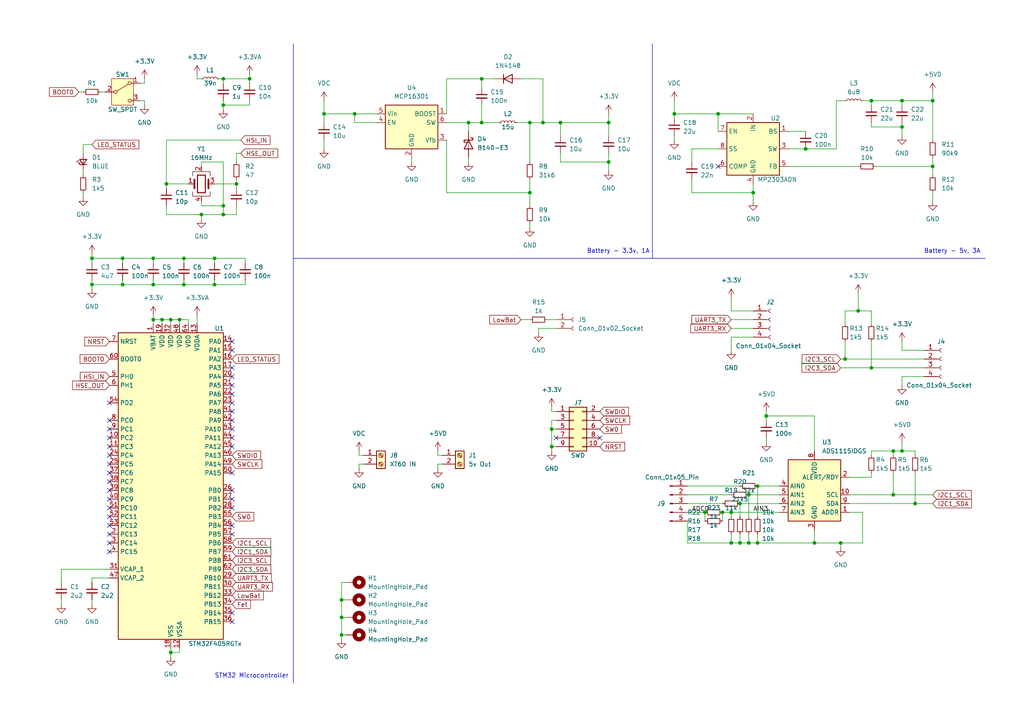
<source format=kicad_sch>
(kicad_sch (version 20230121) (generator eeschema)
  (paper "A4")
  (title_block (title "ET NavSwarm ESC") (date "2024-02-14") (rev "V1.0") (company "University of New Hampshire"))
  (junction (at 160.02 129.54))
  (junction (at 105.41 287.02))
  (junction (at 157.48 35.56))
  (junction (at 139.7 35.56))
  (junction (at 105.41 276.86))
  (junction (at 160.02 124.46))
  (junction (at 116.84 281.94))
  (junction (at 162.56 35.56))
  (junction (at 212.09 157.48))
  (junction (at 46.99 92.71))
  (junction (at 48.26 53.34))
  (junction (at 105.41 302.26))
  (junction (at 212.09 148.59))
  (junction (at 217.17 143.51))
  (junction (at 218.44 285.75))
  (junction (at 53.34 82.55))
  (junction (at 259.08 143.51))
  (junction (at 111.76 285.75))
  (junction (at 265.43 146.05))
  (junction (at 261.62 130.81))
  (junction (at 248.92 90.17))
  (junction (at 243.84 157.48))
  (junction (at 176.53 35.56))
  (junction (at 102.87 33.02))
  (junction (at 259.08 130.81))
  (junction (at 163.83 303.53))
  (junction (at 139.7 22.86))
  (junction (at 49.53 189.23))
  (junction (at 64.77 22.86))
  (junction (at 261.62 29.21))
  (junction (at 72.39 22.86))
  (junction (at 44.45 82.55))
  (junction (at 44.45 92.71))
  (junction (at 111.76 300.99))
  (junction (at 50.8 304.8))
  (junction (at 204.47 148.59))
  (junction (at 153.67 55.88))
  (junction (at 270.51 48.26))
  (junction (at 44.45 74.93))
  (junction (at 209.55 148.59))
  (junction (at 218.44 290.83))
  (junction (at 218.44 300.99))
  (junction (at 167.64 266.7))
  (junction (at 214.63 146.05))
  (junction (at 53.34 74.93))
  (junction (at 219.71 140.97))
  (junction (at 236.22 157.48))
  (junction (at 49.53 92.71))
  (junction (at 252.73 29.21))
  (junction (at 153.67 35.56))
  (junction (at 270.51 29.21))
  (junction (at 218.44 257.81))
  (junction (at 35.56 82.55))
  (junction (at 229.87 280.67))
  (junction (at 52.07 92.71))
  (junction (at 54.61 267.97))
  (junction (at 99.06 173.99))
  (junction (at 26.67 82.55))
  (junction (at 233.68 43.18))
  (junction (at 105.41 292.1))
  (junction (at 35.56 74.93))
  (junction (at 99.06 179.07))
  (junction (at 217.17 157.48))
  (junction (at 176.53 46.99))
  (junction (at 64.77 62.23))
  (junction (at 64.77 30.48))
  (junction (at 224.79 284.48))
  (junction (at 218.44 275.59))
  (junction (at 58.42 62.23))
  (junction (at 224.79 299.72))
  (junction (at 252.73 106.68))
  (junction (at 68.58 53.34))
  (junction (at 195.58 33.02))
  (junction (at 99.06 184.15))
  (junction (at 228.6 278.13))
  (junction (at 93.98 33.02))
  (junction (at 135.89 35.56))
  (junction (at 115.57 279.4))
  (junction (at 62.23 74.93))
  (junction (at 222.25 120.65))
  (junction (at 64.77 59.69))
  (junction (at 26.67 74.93))
  (junction (at 208.28 33.02))
  (junction (at 62.23 82.55))
  (junction (at 105.41 259.08))
  (junction (at 218.44 55.88))
  (junction (at 214.63 157.48))
  (junction (at 261.62 36.83))
  (junction (at 219.71 157.48))
  (junction (at 245.11 104.14))
  (no_connect (at 67.31 124.46))
  (no_connect (at 168.91 290.83))
  (no_connect (at 67.31 142.24))
  (no_connect (at 55.88 271.78))
  (no_connect (at 31.75 152.4))
  (no_connect (at 31.75 149.86))
  (no_connect (at 55.88 294.64))
  (no_connect (at 168.91 293.37))
  (no_connect (at 31.75 121.92))
  (no_connect (at 67.31 99.06))
  (no_connect (at 55.88 292.1))
  (no_connect (at 67.31 121.92))
  (no_connect (at 67.31 129.54))
  (no_connect (at 67.31 154.94))
  (no_connect (at 55.88 281.94))
  (no_connect (at 67.31 180.34))
  (no_connect (at 31.75 134.62))
  (no_connect (at 101.6 274.32))
  (no_connect (at 101.6 266.7))
  (no_connect (at 168.91 280.67))
  (no_connect (at 31.75 144.78))
  (no_connect (at 208.28 48.26))
  (no_connect (at 214.63 273.05))
  (no_connect (at 168.91 283.21))
  (no_connect (at 67.31 116.84))
  (no_connect (at 55.88 289.56))
  (no_connect (at 31.75 157.48))
  (no_connect (at 168.91 262.89))
  (no_connect (at 31.75 116.84))
  (no_connect (at 168.91 298.45))
  (no_connect (at 55.88 299.72))
  (no_connect (at 55.88 264.16))
  (no_connect (at 168.91 270.51))
  (no_connect (at 55.88 284.48))
  (no_connect (at 67.31 109.22))
  (no_connect (at 67.31 144.78))
  (no_connect (at 168.91 257.81))
  (no_connect (at 168.91 288.29))
  (no_connect (at 101.6 271.78))
  (no_connect (at 55.88 279.4))
  (no_connect (at 101.6 264.16))
  (no_connect (at 55.88 276.86))
  (no_connect (at 168.91 278.13))
  (no_connect (at 173.99 127))
  (no_connect (at 67.31 114.3))
  (no_connect (at 67.31 177.8))
  (no_connect (at 214.63 267.97))
  (no_connect (at 214.63 265.43))
  (no_connect (at 55.88 274.32))
  (no_connect (at 31.75 139.7))
  (no_connect (at 168.91 285.75))
  (no_connect (at 161.29 127))
  (no_connect (at 101.6 269.24))
  (no_connect (at 67.31 137.16))
  (no_connect (at 31.75 147.32))
  (no_connect (at 214.63 270.51))
  (no_connect (at 67.31 101.6))
  (no_connect (at 55.88 259.08))
  (no_connect (at 31.75 160.02))
  (no_connect (at 67.31 127))
  (no_connect (at 67.31 147.32))
  (no_connect (at 31.75 132.08))
  (no_connect (at 67.31 152.4))
  (no_connect (at 214.63 262.89))
  (no_connect (at 31.75 137.16))
  (no_connect (at 31.75 127))
  (no_connect (at 168.91 275.59))
  (no_connect (at 31.75 129.54))
  (no_connect (at 168.91 273.05))
  (no_connect (at 67.31 111.76))
  (no_connect (at 31.75 154.94))
  (no_connect (at 67.31 119.38))
  (no_connect (at 31.75 142.24))
  (no_connect (at 55.88 287.02))
  (no_connect (at 67.31 106.68))
  (no_connect (at 31.75 124.46))
  (wire (pts (xy 101.6 281.94) (xy 111.76 281.94)))
  (wire (pts (xy 176.53 44.45) (xy 176.53 46.99)))
  (wire (pts (xy 212.09 92.71) (xy 218.44 92.71)))
  (wire (pts (xy 44.45 92.71) (xy 46.99 92.71)))
  (wire (pts (xy 214.63 285.75) (xy 218.44 285.75)))
  (wire (pts (xy 44.45 91.44) (xy 44.45 92.71)))
  (wire (pts (xy 160.02 124.46) (xy 161.29 124.46)))
  (wire (pts (xy 229.87 274.32) (xy 229.87 280.67)))
  (wire (pts (xy 26.67 173.99) (xy 26.67 175.26)))
  (wire (pts (xy 270.51 40.64) (xy 270.51 29.21)))
  (wire (pts (xy 111.76 285.75) (xy 115.57 285.75)))
  (wire (pts (xy 176.53 33.02) (xy 176.53 35.56)))
  (wire (pts (xy 105.41 276.86) (xy 109.22 276.86)))
  (wire (pts (xy 58.42 22.86) (xy 57.15 22.86)))
  (wire (pts (xy 135.89 45.72) (xy 135.89 46.99)))
  (wire (pts (xy 58.42 58.42) (xy 58.42 59.69)))
  (wire (pts (xy 218.44 278.13) (xy 218.44 275.59)))
  (wire (pts (xy 54.61 266.7) (xy 55.88 266.7)))
  (wire (pts (xy 236.22 153.67) (xy 236.22 157.48)))
  (wire (pts (xy 224.79 284.48) (xy 228.6 284.48)))
  (wire (pts (xy 41.91 30.48) (xy 41.91 29.21)))
  (wire (pts (xy 68.58 52.07) (xy 68.58 53.34)))
  (polyline (pts (xy 85.09 74.93) (xy 285.75 74.93)))
  (wire (pts (xy 105.41 294.64) (xy 105.41 292.1)))
  (wire (pts (xy 49.53 187.96) (xy 49.53 189.23)))
  (wire (pts (xy 49.53 189.23) (xy 49.53 190.5)))
  (wire (pts (xy 218.44 275.59) (xy 222.25 275.59)))
  (wire (pts (xy 29.21 26.67) (xy 30.48 26.67)))
  (wire (pts (xy 105.41 284.48) (xy 105.41 287.02)))
  (wire (pts (xy 160.02 242.57) (xy 160.02 266.7)))
  (wire (pts (xy 101.6 292.1) (xy 105.41 292.1)))
  (wire (pts (xy 44.45 81.28) (xy 44.45 82.55)))
  (wire (pts (xy 224.79 284.48) (xy 224.79 280.67)))
  (wire (pts (xy 209.55 148.59) (xy 209.55 151.13)))
  (wire (pts (xy 160.02 121.92) (xy 160.02 124.46)))
  (wire (pts (xy 228.6 48.26) (xy 248.92 48.26)))
  (wire (pts (xy 218.44 260.35) (xy 218.44 257.81)))
  (wire (pts (xy 252.73 138.43) (xy 252.73 137.16)))
  (wire (pts (xy 222.25 127) (xy 222.25 128.27)))
  (wire (pts (xy 231.14 274.32) (xy 229.87 274.32)))
  (wire (pts (xy 129.54 22.86) (xy 139.7 22.86)))
  (wire (pts (xy 176.53 46.99) (xy 176.53 49.53)))
  (wire (pts (xy 250.19 157.48) (xy 243.84 157.48)))
  (wire (pts (xy 111.76 285.75) (xy 111.76 281.94)))
  (wire (pts (xy 118.11 275.59) (xy 116.84 275.59)))
  (wire (pts (xy 55.88 269.24) (xy 54.61 269.24)))
  (wire (pts (xy 160.02 119.38) (xy 160.02 118.11)))
  (wire (pts (xy 212.09 97.79) (xy 218.44 97.79)))
  (wire (pts (xy 259.08 130.81) (xy 261.62 130.81)))
  (wire (pts (xy 252.73 29.21) (xy 252.73 30.48)))
  (wire (pts (xy 52.07 92.71) (xy 52.07 93.98)))
  (wire (pts (xy 162.56 35.56) (xy 162.56 39.37)))
  (wire (pts (xy 162.56 44.45) (xy 162.56 46.99)))
  (wire (pts (xy 48.26 53.34) (xy 54.61 53.34)))
  (wire (pts (xy 62.23 81.28) (xy 62.23 82.55)))
  (wire (pts (xy 214.63 146.05) (xy 214.63 149.86)))
  (wire (pts (xy 209.55 148.59) (xy 212.09 148.59)))
  (wire (pts (xy 54.61 92.71) (xy 54.61 93.98)))
  (wire (pts (xy 139.7 30.48) (xy 139.7 35.56)))
  (wire (pts (xy 105.41 259.08) (xy 109.22 259.08)))
  (wire (pts (xy 261.62 36.83) (xy 261.62 39.37)))
  (wire (pts (xy 214.63 283.21) (xy 218.44 283.21)))
  (wire (pts (xy 243.84 104.14) (xy 245.11 104.14)))
  (wire (pts (xy 252.73 36.83) (xy 261.62 36.83)))
  (wire (pts (xy 99.06 168.91) (xy 99.06 173.99)))
  (wire (pts (xy 129.54 33.02) (xy 129.54 22.86)))
  (wire (pts (xy 39.37 242.57) (xy 160.02 242.57)))
  (wire (pts (xy 161.29 95.25) (xy 156.21 95.25)))
  (wire (pts (xy 71.12 76.2) (xy 71.12 74.93)))
  (wire (pts (xy 64.77 46.99) (xy 64.77 59.69)))
  (wire (pts (xy 64.77 59.69) (xy 64.77 62.23)))
  (wire (pts (xy 49.53 189.23) (xy 52.07 189.23)))
  (wire (pts (xy 111.76 304.8) (xy 111.76 300.99)))
  (wire (pts (xy 40.64 24.13) (xy 41.91 24.13)))
  (wire (pts (xy 101.6 307.34) (xy 109.22 307.34)))
  (wire (pts (xy 72.39 29.21) (xy 72.39 30.48)))
  (wire (pts (xy 115.57 279.4) (xy 115.57 285.75)))
  (wire (pts (xy 167.64 265.43) (xy 168.91 265.43)))
  (wire (pts (xy 104.14 132.08) (xy 104.14 130.81)))
  (polyline (pts (xy 85.09 12.7) (xy 85.09 198.12)))
  (wire (pts (xy 161.29 121.92) (xy 160.02 121.92)))
  (polyline (pts (xy 189.23 12.7) (xy 189.23 74.93)))
  (wire (pts (xy 242.57 43.18) (xy 233.68 43.18)))
  (wire (pts (xy 208.28 43.18) (xy 200.66 43.18)))
  (wire (pts (xy 35.56 81.28) (xy 35.56 82.55)))
  (wire (pts (xy 101.6 284.48) (xy 105.41 284.48)))
  (wire (pts (xy 218.44 293.37) (xy 218.44 290.83)))
  (wire (pts (xy 24.13 44.45) (xy 24.13 41.91)))
  (wire (pts (xy 219.71 154.94) (xy 219.71 157.48)))
  (wire (pts (xy 64.77 22.86) (xy 72.39 22.86)))
  (wire (pts (xy 101.6 302.26) (xy 105.41 302.26)))
  (wire (pts (xy 259.08 143.51) (xy 246.38 143.51)))
  (wire (pts (xy 93.98 40.64) (xy 93.98 43.18)))
  (wire (pts (xy 236.22 120.65) (xy 236.22 130.81)))
  (wire (pts (xy 214.63 140.97) (xy 199.39 140.97)))
  (wire (pts (xy 101.6 276.86) (xy 105.41 276.86)))
  (wire (pts (xy 229.87 280.67) (xy 231.14 280.67)))
  (wire (pts (xy 149.86 35.56) (xy 153.67 35.56)))
  (wire (pts (xy 99.06 184.15) (xy 100.33 184.15)))
  (wire (pts (xy 72.39 21.59) (xy 72.39 22.86)))
  (wire (pts (xy 224.79 303.53) (xy 224.79 299.72)))
  (wire (pts (xy 102.87 33.02) (xy 109.22 33.02)))
  (wire (pts (xy 248.92 85.09) (xy 248.92 90.17)))
  (wire (pts (xy 270.51 50.8) (xy 270.51 48.26)))
  (wire (pts (xy 218.44 290.83) (xy 222.25 290.83)))
  (wire (pts (xy 128.27 134.62) (xy 127 134.62)))
  (wire (pts (xy 224.79 299.72) (xy 229.87 299.72)))
  (wire (pts (xy 50.8 304.8) (xy 55.88 304.8)))
  (wire (pts (xy 158.75 92.71) (xy 161.29 92.71)))
  (wire (pts (xy 46.99 92.71) (xy 46.99 93.98)))
  (wire (pts (xy 115.57 273.05) (xy 115.57 279.4)))
  (wire (pts (xy 248.92 90.17) (xy 245.11 90.17)))
  (wire (pts (xy 116.84 275.59) (xy 116.84 281.94)))
  (wire (pts (xy 217.17 154.94) (xy 217.17 157.48)))
  (wire (pts (xy 214.63 290.83) (xy 218.44 290.83)))
  (wire (pts (xy 212.09 148.59) (xy 226.06 148.59)))
  (wire (pts (xy 44.45 74.93) (xy 53.34 74.93)))
  (wire (pts (xy 128.27 132.08) (xy 127 132.08)))
  (wire (pts (xy 26.67 167.64) (xy 31.75 167.64)))
  (wire (pts (xy 99.06 184.15) (xy 99.06 185.42)))
  (wire (pts (xy 265.43 146.05) (xy 265.43 137.16)))
  (wire (pts (xy 214.63 288.29) (xy 224.79 288.29)))
  (wire (pts (xy 252.73 130.81) (xy 259.08 130.81)))
  (wire (pts (xy 52.07 187.96) (xy 52.07 189.23)))
  (wire (pts (xy 214.63 280.67) (xy 224.79 280.67)))
  (wire (pts (xy 44.45 74.93) (xy 44.45 76.2)))
  (wire (pts (xy 54.61 269.24) (xy 54.61 267.97)))
  (wire (pts (xy 214.63 278.13) (xy 218.44 278.13)))
  (wire (pts (xy 118.11 273.05) (xy 115.57 273.05)))
  (wire (pts (xy 160.02 129.54) (xy 161.29 129.54)))
  (wire (pts (xy 252.73 29.21) (xy 261.62 29.21)))
  (wire (pts (xy 195.58 33.02) (xy 208.28 33.02)))
  (wire (pts (xy 259.08 143.51) (xy 270.51 143.51)))
  (wire (pts (xy 265.43 146.05) (xy 270.51 146.05)))
  (wire (pts (xy 100.33 168.91) (xy 99.06 168.91)))
  (wire (pts (xy 214.63 157.48) (xy 217.17 157.48)))
  (wire (pts (xy 153.67 55.88) (xy 129.54 55.88)))
  (wire (pts (xy 24.13 49.53) (xy 24.13 50.8)))
  (wire (pts (xy 222.25 119.38) (xy 222.25 120.65)))
  (wire (pts (xy 151.13 92.71) (xy 153.67 92.71)))
  (wire (pts (xy 259.08 137.16) (xy 259.08 143.51)))
  (wire (pts (xy 58.42 46.99) (xy 58.42 48.26)))
  (wire (pts (xy 49.53 92.71) (xy 52.07 92.71)))
  (wire (pts (xy 101.6 289.56) (xy 111.76 289.56)))
  (wire (pts (xy 101.6 299.72) (xy 105.41 299.72)))
  (wire (pts (xy 63.5 22.86) (xy 64.77 22.86)))
  (wire (pts (xy 214.63 146.05) (xy 226.06 146.05)))
  (wire (pts (xy 212.09 95.25) (xy 218.44 95.25)))
  (wire (pts (xy 242.57 29.21) (xy 242.57 43.18)))
  (wire (pts (xy 48.26 40.64) (xy 48.26 53.34)))
  (wire (pts (xy 26.67 82.55) (xy 35.56 82.55)))
  (wire (pts (xy 214.63 275.59) (xy 218.44 275.59)))
  (wire (pts (xy 162.56 35.56) (xy 176.53 35.56)))
  (wire (pts (xy 219.71 149.86) (xy 219.71 140.97)))
  (wire (pts (xy 72.39 22.86) (xy 72.39 24.13)))
  (wire (pts (xy 168.91 300.99) (xy 163.83 300.99)))
  (wire (pts (xy 45.72 245.11) (xy 45.72 267.97)))
  (wire (pts (xy 250.19 29.21) (xy 252.73 29.21)))
  (wire (pts (xy 161.29 119.38) (xy 160.02 119.38)))
  (wire (pts (xy 212.09 90.17) (xy 218.44 90.17)))
  (wire (pts (xy 115.57 279.4) (xy 118.11 279.4)))
  (wire (pts (xy 246.38 148.59) (xy 250.19 148.59)))
  (wire (pts (xy 101.6 279.4) (xy 105.41 279.4)))
  (wire (pts (xy 168.91 267.97) (xy 167.64 267.97)))
  (wire (pts (xy 31.75 165.1) (xy 17.78 165.1)))
  (wire (pts (xy 199.39 157.48) (xy 212.09 157.48)))
  (wire (pts (xy 127 130.81) (xy 127 132.08)))
  (wire (pts (xy 261.62 128.27) (xy 261.62 130.81)))
  (wire (pts (xy 246.38 146.05) (xy 265.43 146.05)))
  (wire (pts (xy 105.41 292.1) (xy 109.22 292.1)))
  (wire (pts (xy 252.73 99.06) (xy 252.73 106.68)))
  (wire (pts (xy 204.47 148.59) (xy 204.47 151.13)))
  (wire (pts (xy 233.68 43.18) (xy 228.6 43.18)))
  (wire (pts (xy 111.76 300.99) (xy 116.84 300.99)))
  (wire (pts (xy 17.78 165.1) (xy 17.78 168.91)))
  (wire (pts (xy 102.87 35.56) (xy 109.22 35.56)))
  (wire (pts (xy 214.63 306.07) (xy 222.25 306.07)))
  (wire (pts (xy 261.62 29.21) (xy 261.62 30.48)))
  (wire (pts (xy 153.67 55.88) (xy 153.67 52.07)))
  (wire (pts (xy 246.38 138.43) (xy 252.73 138.43)))
  (wire (pts (xy 243.84 157.48) (xy 236.22 157.48)))
  (wire (pts (xy 44.45 92.71) (xy 44.45 93.98)))
  (wire (pts (xy 105.41 134.62) (xy 104.14 134.62)))
  (wire (pts (xy 116.84 281.94) (xy 118.11 281.94)))
  (wire (pts (xy 69.85 44.45) (xy 68.58 44.45)))
  (wire (pts (xy 46.99 92.71) (xy 49.53 92.71)))
  (wire (pts (xy 153.67 59.69) (xy 153.67 55.88)))
  (wire (pts (xy 48.26 62.23) (xy 58.42 62.23)))
  (wire (pts (xy 54.61 267.97) (xy 54.61 266.7)))
  (wire (pts (xy 119.38 46.99) (xy 119.38 45.72)))
  (wire (pts (xy 71.12 82.55) (xy 62.23 82.55)))
  (wire (pts (xy 228.6 278.13) (xy 228.6 284.48)))
  (wire (pts (xy 214.63 293.37) (xy 218.44 293.37)))
  (wire (pts (xy 72.39 30.48) (xy 64.77 30.48)))
  (wire (pts (xy 99.06 173.99) (xy 100.33 173.99)))
  (wire (pts (xy 261.62 101.6) (xy 267.97 101.6)))
  (wire (pts (xy 252.73 132.08) (xy 252.73 130.81)))
  (wire (pts (xy 208.28 38.1) (xy 208.28 33.02)))
  (wire (pts (xy 261.62 35.56) (xy 261.62 36.83)))
  (wire (pts (xy 199.39 143.51) (xy 212.09 143.51)))
  (wire (pts (xy 105.41 287.02) (xy 109.22 287.02)))
  (wire (pts (xy 214.63 154.94) (xy 214.63 157.48)))
  (wire (pts (xy 105.41 302.26) (xy 109.22 302.26)))
  (wire (pts (xy 218.44 53.34) (xy 218.44 55.88)))
  (wire (pts (xy 62.23 76.2) (xy 62.23 74.93)))
  (wire (pts (xy 53.34 74.93) (xy 53.34 76.2)))
  (wire (pts (xy 17.78 173.99) (xy 17.78 175.26)))
  (wire (pts (xy 62.23 74.93) (xy 71.12 74.93)))
  (wire (pts (xy 224.79 288.29) (xy 224.79 284.48)))
  (wire (pts (xy 157.48 35.56) (xy 162.56 35.56)))
  (wire (pts (xy 139.7 35.56) (xy 135.89 35.56)))
  (wire (pts (xy 139.7 22.86) (xy 143.51 22.86)))
  (wire (pts (xy 26.67 168.91) (xy 26.67 167.64)))
  (wire (pts (xy 199.39 148.59) (xy 204.47 148.59)))
  (wire (pts (xy 212.09 157.48) (xy 214.63 157.48)))
  (wire (pts (xy 52.07 92.71) (xy 54.61 92.71)))
  (wire (pts (xy 26.67 74.93) (xy 35.56 74.93)))
  (wire (pts (xy 44.45 82.55) (xy 53.34 82.55)))
  (wire (pts (xy 200.66 52.07) (xy 200.66 55.88)))
  (wire (pts (xy 214.63 298.45) (xy 218.44 298.45)))
  (wire (pts (xy 217.17 143.51) (xy 226.06 143.51)))
  (wire (pts (xy 71.12 81.28) (xy 71.12 82.55)))
  (wire (pts (xy 49.53 92.71) (xy 49.53 93.98)))
  (wire (pts (xy 160.02 124.46) (xy 160.02 129.54)))
  (wire (pts (xy 245.11 104.14) (xy 267.97 104.14)))
  (wire (pts (xy 199.39 146.05) (xy 209.55 146.05)))
  (wire (pts (xy 24.13 41.91) (xy 26.67 41.91)))
  (wire (pts (xy 195.58 39.37) (xy 195.58 40.64)))
  (wire (pts (xy 99.06 173.99) (xy 99.06 179.07)))
  (wire (pts (xy 214.63 300.99) (xy 218.44 300.99)))
  (wire (pts (xy 208.28 33.02) (xy 218.44 33.02)))
  (wire (pts (xy 160.02 266.7) (xy 167.64 266.7)))
  (wire (pts (xy 245.11 99.06) (xy 245.11 104.14)))
  (wire (pts (xy 64.77 24.13) (xy 64.77 22.86)))
  (wire (pts (xy 222.25 120.65) (xy 222.25 121.92)))
  (wire (pts (xy 93.98 33.02) (xy 102.87 33.02)))
  (wire (pts (xy 153.67 35.56) (xy 153.67 46.99)))
  (wire (pts (xy 252.73 90.17) (xy 252.73 93.98)))
  (wire (pts (xy 248.92 90.17) (xy 252.73 90.17)))
  (wire (pts (xy 228.6 278.13) (xy 231.14 278.13)))
  (wire (pts (xy 104.14 134.62) (xy 104.14 135.89)))
  (wire (pts (xy 58.42 63.5) (xy 58.42 62.23)))
  (wire (pts (xy 101.6 259.08) (xy 105.41 259.08)))
  (wire (pts (xy 62.23 53.34) (xy 68.58 53.34)))
  (wire (pts (xy 270.51 45.72) (xy 270.51 48.26)))
  (wire (pts (xy 135.89 35.56) (xy 135.89 38.1)))
  (wire (pts (xy 68.58 44.45) (xy 68.58 46.99)))
  (wire (pts (xy 22.86 26.67) (xy 24.13 26.67)))
  (wire (pts (xy 212.09 148.59) (xy 212.09 149.86)))
  (wire (pts (xy 153.67 35.56) (xy 157.48 35.56)))
  (wire (pts (xy 35.56 74.93) (xy 44.45 74.93)))
  (wire (pts (xy 35.56 74.93) (xy 35.56 76.2)))
  (wire (pts (xy 270.51 26.67) (xy 270.51 29.21)))
  (wire (pts (xy 218.44 298.45) (xy 218.44 300.99)))
  (wire (pts (xy 58.42 59.69) (xy 64.77 59.69)))
  (wire (pts (xy 252.73 106.68) (xy 267.97 106.68)))
  (wire (pts (xy 101.6 287.02) (xy 105.41 287.02)))
  (wire (pts (xy 214.63 257.81) (xy 218.44 257.81)))
  (wire (pts (xy 127 134.62) (xy 127 135.89)))
  (wire (pts (xy 135.89 35.56) (xy 129.54 35.56)))
  (wire (pts (xy 48.26 59.69) (xy 48.26 62.23)))
  (wire (pts (xy 222.25 120.65) (xy 236.22 120.65)))
  (wire (pts (xy 48.26 54.61) (xy 48.26 53.34)))
  (wire (pts (xy 105.41 299.72) (xy 105.41 302.26)))
  (wire (pts (xy 259.08 130.81) (xy 259.08 132.08)))
  (wire (pts (xy 176.53 46.99) (xy 162.56 46.99)))
  (wire (pts (xy 228.6 271.78) (xy 228.6 278.13)))
  (wire (pts (xy 50.8 297.18) (xy 55.88 297.18)))
  (wire (pts (xy 26.67 73.66) (xy 26.67 74.93)))
  (wire (pts (xy 163.83 303.53) (xy 168.91 303.53)))
  (wire (pts (xy 53.34 81.28) (xy 53.34 82.55)))
  (wire (pts (xy 231.14 271.78) (xy 228.6 271.78)))
  (wire (pts (xy 218.44 300.99) (xy 222.25 300.99)))
  (wire (pts (xy 214.63 303.53) (xy 224.79 303.53)))
  (wire (pts (xy 167.64 266.7) (xy 167.64 265.43)))
  (wire (pts (xy 64.77 62.23) (xy 58.42 62.23)))
  (wire (pts (xy 252.73 35.56) (xy 252.73 36.83)))
  (wire (pts (xy 69.85 40.64) (xy 48.26 40.64)))
  (wire (pts (xy 218.44 55.88) (xy 218.44 58.42)))
  (wire (pts (xy 53.34 82.55) (xy 62.23 82.55)))
  (wire (pts (xy 153.67 64.77) (xy 153.67 66.04)))
  (wire (pts (xy 64.77 29.21) (xy 64.77 30.48)))
  (wire (pts (xy 218.44 283.21) (xy 218.44 285.75)))
  (wire (pts (xy 64.77 62.23) (xy 68.58 62.23)))
  (wire (pts (xy 200.66 43.18) (xy 200.66 46.99)))
  (wire (pts (xy 229.87 299.72) (xy 229.87 280.67)))
  (wire (pts (xy 101.6 297.18) (xy 111.76 297.18)))
  (wire (pts (xy 195.58 29.21) (xy 195.58 33.02)))
  (wire (pts (xy 270.51 55.88) (xy 270.51 58.42)))
  (wire (pts (xy 111.76 300.99) (xy 111.76 297.18)))
  (wire (pts (xy 217.17 143.51) (xy 217.17 149.86)))
  (wire (pts (xy 39.37 245.11) (xy 45.72 245.11)))
  (wire (pts (xy 163.83 300.99) (xy 163.83 303.53)))
  (wire (pts (xy 195.58 34.29) (xy 195.58 33.02)))
  (wire (pts (xy 105.41 261.62) (xy 105.41 259.08)))
  (wire (pts (xy 26.67 81.28) (xy 26.67 82.55)))
  (wire (pts (xy 243.84 106.68) (xy 252.73 106.68)))
  (wire (pts (xy 163.83 295.91) (xy 168.91 295.91)))
  (wire (pts (xy 214.63 260.35) (xy 218.44 260.35)))
  (wire (pts (xy 68.58 59.69) (xy 68.58 62.23)))
  (wire (pts (xy 200.66 55.88) (xy 218.44 55.88)))
  (wire (pts (xy 26.67 82.55) (xy 26.67 83.82)))
  (wire (pts (xy 217.17 157.48) (xy 219.71 157.48)))
  (wire (pts (xy 242.57 29.21) (xy 245.11 29.21)))
  (wire (pts (xy 245.11 90.17) (xy 245.11 93.98)))
  (wire (pts (xy 99.06 179.07) (xy 100.33 179.07)))
  (wire (pts (xy 270.51 29.21) (xy 261.62 29.21)))
  (wire (pts (xy 57.15 91.44) (xy 57.15 93.98)))
  (wire (pts (xy 218.44 257.81) (xy 222.25 257.81)))
  (wire (pts (xy 41.91 29.21) (xy 40.64 29.21)))
  (wire (pts (xy 212.09 101.6) (xy 212.09 97.79)))
  (wire (pts (xy 93.98 33.02) (xy 93.98 35.56)))
  (wire (pts (xy 243.84 158.75) (xy 243.84 157.48)))
  (wire (pts (xy 261.62 111.76) (xy 261.62 109.22)))
  (wire (pts (xy 101.6 261.62) (xy 105.41 261.62)))
  (wire (pts (xy 101.6 304.8) (xy 111.76 304.8)))
  (wire (pts (xy 167.64 267.97) (xy 167.64 266.7)))
  (wire (pts (xy 105.41 279.4) (xy 105.41 276.86)))
  (wire (pts (xy 129.54 55.88) (xy 129.54 40.64)))
  (wire (pts (xy 139.7 35.56) (xy 144.78 35.56)))
  (wire (pts (xy 228.6 38.1) (xy 233.68 38.1)))
  (wire (pts (xy 53.34 74.93) (xy 62.23 74.93)))
  (wire (pts (xy 261.62 99.06) (xy 261.62 101.6)))
  (wire (pts (xy 68.58 53.34) (xy 68.58 54.61)))
  (wire (pts (xy 270.51 48.26) (xy 254 48.26)))
  (wire (pts (xy 261.62 130.81) (xy 265.43 130.81)))
  (wire (pts (xy 57.15 22.86) (xy 57.15 21.59)))
  (wire (pts (xy 219.71 157.48) (xy 236.22 157.48)))
  (wire (pts (xy 214.63 295.91) (xy 224.79 295.91)))
  (wire (pts (xy 35.56 82.55) (xy 44.45 82.55)))
  (wire (pts (xy 250.19 148.59) (xy 250.19 157.48)))
  (wire (pts (xy 99.06 179.07) (xy 99.06 184.15)))
  (wire (pts (xy 139.7 22.86) (xy 139.7 25.4)))
  (wire (pts (xy 105.41 132.08) (xy 104.14 132.08)))
  (wire (pts (xy 199.39 151.13) (xy 199.39 157.48)))
  (wire (pts (xy 24.13 55.88) (xy 24.13 57.15)))
  (wire (pts (xy 219.71 140.97) (xy 226.06 140.97)))
  (wire (pts (xy 151.13 22.86) (xy 157.48 22.86)))
  (wire (pts (xy 55.88 302.26) (xy 50.8 302.26)))
  (wire (pts (xy 156.21 95.25) (xy 156.21 96.52)))
  (wire (pts (xy 26.67 74.93) (xy 26.67 76.2)))
  (wire (pts (xy 224.79 299.72) (xy 224.79 295.91)))
  (wire (pts (xy 101.6 294.64) (xy 105.41 294.64)))
  (wire (pts (xy 93.98 29.21) (xy 93.98 33.02)))
  (wire (pts (xy 212.09 86.36) (xy 212.09 90.17)))
  (wire (pts (xy 157.48 22.86) (xy 157.48 35.56)))
  (wire (pts (xy 218.44 285.75) (xy 222.25 285.75)))
  (wire (pts (xy 261.62 109.22) (xy 267.97 109.22)))
  (wire (pts (xy 41.91 22.86) (xy 41.91 24.13)))
  (wire (pts (xy 111.76 289.56) (xy 111.76 285.75)))
  (wire (pts (xy 64.77 30.48) (xy 64.77 31.75)))
  (wire (pts (xy 45.72 267.97) (xy 54.61 267.97)))
  (wire (pts (xy 116.84 300.99) (xy 116.84 281.94)))
  (wire (pts (xy 176.53 35.56) (xy 176.53 39.37)))
  (wire (pts (xy 102.87 35.56) (xy 102.87 33.02)))
  (wire (pts (xy 265.43 130.81) (xy 265.43 132.08)))
  (wire (pts (xy 50.8 302.26) (xy 50.8 304.8)))
  (wire (pts (xy 160.02 129.54) (xy 160.02 130.81)))
  (wire (pts (xy 58.42 46.99) (xy 64.77 46.99)))
  (wire (pts (xy 212.09 154.94) (xy 212.09 157.48)))
  (text "STM32 Microcontroller" (at 62.23 196.85 0) (effects (font (size 1.27 1.27)) (justify left bottom)))
  (text "Battery - 5v, 3A" (at 267.97 73.66 0) (effects (font (size 1.27 1.27)) (justify left bottom)))
  (text "Battery - 3.3v, 1A" (at 170.18 73.66 0) (effects (font (size 1.27 1.27)) (justify left bottom)))
  (label "AIN3" (at 218.44 148.59 0))
  (label "ADC0" (at 200.66 148.59 0))
  (global_label "BOOT0" (shape input) (at 31.75 104.14 180) (property "Intersheetrefs" "${INTERSHEET_REFS}" (effects hide)))
  (global_label "UART3_TX" (shape input) (at 212.09 92.71 180) (property "Intersheetrefs" "${INTERSHEET_REFS}" (effects hide)))
  (global_label "UART3_TX" (shape input) (at 67.31 167.64 0) (property "Intersheetrefs" "${INTERSHEET_REFS}" (effects hide)))
  (global_label "LED_STATUS" (shape input) (at 26.67 41.91 0) (property "Intersheetrefs" "${INTERSHEET_REFS}" (effects hide)))
  (global_label "LowBat" (shape input) (at 67.31 172.72 0) (property "Intersheetrefs" "${INTERSHEET_REFS}" (effects hide)))
  (global_label "I2C1_SCL" (shape input) (at 270.51 143.51 0) (property "Intersheetrefs" "${INTERSHEET_REFS}" (effects hide)))
  (global_label "HSI_IN" (shape input) (at 69.85 40.64 0) (property "Intersheetrefs" "${INTERSHEET_REFS}" (effects hide)))
  (global_label "Fet" (shape input) (at 55.88 261.62 180) (property "Intersheetrefs" "${INTERSHEET_REFS}" (effects hide)))
  (global_label "Fet" (shape input) (at 67.31 175.26 0) (property "Intersheetrefs" "${INTERSHEET_REFS}" (effects hide)))
  (global_label "LED_STATUS" (shape input) (at 67.31 104.14 0) (property "Intersheetrefs" "${INTERSHEET_REFS}" (effects hide)))
  (global_label "SWCLK" (shape input) (at 173.99 121.92 0) (property "Intersheetrefs" "${INTERSHEET_REFS}" (effects hide)))
  (global_label "BOOT0" (shape input) (at 22.86 26.67 180) (property "Intersheetrefs" "${INTERSHEET_REFS}" (effects hide)))
  (global_label "SWDIO" (shape input) (at 67.31 132.08 0) (property "Intersheetrefs" "${INTERSHEET_REFS}" (effects hide)))
  (global_label "UART3_RX" (shape input) (at 212.09 95.25 180) (property "Intersheetrefs" "${INTERSHEET_REFS}" (effects hide)))
  (global_label "NRST" (shape input) (at 31.75 99.06 180) (property "Intersheetrefs" "${INTERSHEET_REFS}" (effects hide)))
  (global_label "SWCLK" (shape input) (at 67.31 134.62 0) (property "Intersheetrefs" "${INTERSHEET_REFS}" (effects hide)))
  (global_label "SW0" (shape input) (at 67.31 149.86 0) (property "Intersheetrefs" "${INTERSHEET_REFS}" (effects hide)))
  (global_label "NRST" (shape input) (at 173.99 129.54 0) (property "Intersheetrefs" "${INTERSHEET_REFS}" (effects hide)))
  (global_label "UART3_RX" (shape input) (at 67.31 170.18 0) (property "Intersheetrefs" "${INTERSHEET_REFS}" (effects hide)))
  (global_label "I2C3_SCL" (shape input) (at 243.84 104.14 180) (property "Intersheetrefs" "${INTERSHEET_REFS}" (effects hide)))
  (global_label "SWDIO" (shape input) (at 173.99 119.38 0) (property "Intersheetrefs" "${INTERSHEET_REFS}" (effects hide)))
  (global_label "I2C3_SDA" (shape input) (at 243.84 106.68 180) (property "Intersheetrefs" "${INTERSHEET_REFS}" (effects hide)))
  (global_label "I2C3_SDA" (shape input) (at 67.31 165.1 0) (property "Intersheetrefs" "${INTERSHEET_REFS}" (effects hide)))
  (global_label "SW0" (shape input) (at 173.99 124.46 0) (property "Intersheetrefs" "${INTERSHEET_REFS}" (effects hide)))
  (global_label "Fet" (shape input) (at 168.91 260.35 180) (property "Intersheetrefs" "${INTERSHEET_REFS}" (effects hide)))
  (global_label "I2C3_SCL" (shape input) (at 67.31 162.56 0) (property "Intersheetrefs" "${INTERSHEET_REFS}" (effects hide)))
  (global_label "I2C1_SDA" (shape input) (at 67.31 160.02 0) (property "Intersheetrefs" "${INTERSHEET_REFS}" (effects hide)))
  (global_label "HSE_OUT" (shape input) (at 31.75 111.76 180) (property "Intersheetrefs" "${INTERSHEET_REFS}" (effects hide)))
  (global_label "I2C1_SCL" (shape input) (at 67.31 157.48 0) (property "Intersheetrefs" "${INTERSHEET_REFS}" (effects hide)))
  (global_label "HSI_IN" (shape input) (at 31.75 109.22 180) (property "Intersheetrefs" "${INTERSHEET_REFS}" (effects hide)))
  (global_label "LowBat" (shape input) (at 151.13 92.71 180) (property "Intersheetrefs" "${INTERSHEET_REFS}" (effects hide)))
  (global_label "I2C1_SDA" (shape input) (at 270.51 146.05 0) (property "Intersheetrefs" "${INTERSHEET_REFS}" (effects hide)))
  (global_label "HSE_OUT" (shape input) (at 69.85 44.45 0) (property "Intersheetrefs" "${INTERSHEET_REFS}" (effects hide)))
  (symbol (lib_id "Device:LED_Small") (at 24.13 46.99 90) (unit 1)
    (property "Reference" "D1" (at 26.67 45.6565 90) (effects (justify right)))
    (property "Value" "BLUE" (at 26.67 48.1965 90) (effects (justify right)))
    (property "Footprint" "LED_SMD:LED_0603_1608Metric" (effects hide))
    (property "LCSC Part #" "C2286" (effects hide))
  )
  (symbol (lib_id "Device:C_Small") (at 17.78 171.45 0) (unit 1)
    (property "Reference" "C1" (at 20.32 170.1863 0) (effects (justify left)))
    (property "Value" "2u2" (at 20.32 172.7263 0) (effects (justify left)))
    (property "Footprint" "Capacitor_SMD:C_0603_1608Metric" (effects hide))
    (property "LCSC Part #" "C23630" (effects hide))
  )
  (symbol (lib_id "Device:C_Small") (at 195.58 36.83 0) (unit 1)
    (property "Reference" "C18" (at 198.12 35.5663 0) (effects (justify left)))
    (property "Value" "22u" (at 198.12 38.1063 0) (effects (justify left)))
    (property "Footprint" "Capacitor_SMD:C_1206_3216Metric" (effects hide))
    (property "LCSC Part #" "C12891" (effects hide))
  )
  (symbol (lib_id "Mechanical:MountingHole_Pad") (at 102.87 184.15 270) (unit 1)
    (property "Reference" "H4" (at 106.68 182.88 90) (effects (justify left)))
    (property "Value" "MountingHole_Pad" (at 106.68 185.42 90) (effects (justify left)))
    (property "Footprint" "MountingHole:MountingHole_4.3mm_M4_Pad_Via" (effects hide))
  )
  (symbol (lib_id "power:GND") (at 156.21 96.52 0) (unit 1)
    (property "Reference" "#PWR036" (effects hide))
    (property "Value" "GND" (at 156.21 101.6 0))
  )
  (symbol (lib_id "Device:C_Small") (at 139.7 27.94 0) (unit 1)
    (property "Reference" "C15" (at 142.24 26.6763 0) (effects (justify left)))
    (property "Value" "100n" (at 142.24 29.2163 0) (effects (justify left)))
    (property "Footprint" "Capacitor_SMD:C_0402_1005Metric" (effects hide))
    (property "LCSC Part #" "C307331" (effects hide))
  )
  (symbol (lib_id "Device:C_Small") (at 68.58 57.15 0) (unit 1)
    (property "Reference" "C12" (at 71.12 55.8863 0) (effects (justify left)))
    (property "Value" "10p" (at 71.12 58.4263 0) (effects (justify left)))
    (property "Footprint" "Capacitor_SMD:C_0402_1005Metric" (effects hide))
    (property "LCSC Part #" "C32949" (effects hide))
  )
  (symbol (lib_id "power:GND") (at 41.91 30.48 0) (unit 1)
    (property "Reference" "#PWR07" (effects hide))
    (property "Value" "GND" (at 41.91 35.56 0))
  )
  (symbol (lib_id "power:GND") (at 153.67 66.04 0) (unit 1)
    (property "Reference" "#PWR027" (effects hide))
    (property "Value" "GND" (at 153.67 71.12 0))
  )
  (symbol (lib_id "power:GND") (at 222.25 275.59 0) (unit 1)
    (property "Reference" "#PWR060" (effects hide))
    (property "Value" "GND" (at 222.25 279.4 0))
  )
  (symbol (lib_id "Device:R_Small") (at 156.21 92.71 90) (unit 1)
    (property "Reference" "R15" (at 156.21 87.63 90))
    (property "Value" "1k" (at 156.21 90.17 90))
    (property "Footprint" "Resistor_SMD:R_0603_1608Metric" (effects hide))
    (property "LCSC Part #" "C21190" (effects hide))
  )
  (symbol (lib_id "power:GND") (at 109.22 259.08 0) (unit 1)
    (property "Reference" "#PWR050" (effects hide))
    (property "Value" "GND" (at 109.22 264.16 0))
  )
  (symbol (lib_id "Device:R_Small") (at 153.67 62.23 0) (unit 1)
    (property "Reference" "R9" (at 156.21 60.96 0) (effects (justify left)))
    (property "Value" "10k" (at 156.21 63.5 0) (effects (justify left)))
    (property "Footprint" "Resistor_SMD:R_0603_1608Metric" (effects hide))
    (property "LCSC Part #" "C25804" (effects hide))
  )
  (symbol (lib_id "Regulator_Switching:MP2303ADN") (at 218.44 43.18 0) (unit 1)
    (property "Reference" "U2" (at 223.52 34.29 0) (effects (justify left)))
    (property "Value" "MP2303ADN" (at 219.71 52.07 0) (effects (justify left)))
    (property "Footprint" "Package_SO:SOIC-8-1EP_3.9x4.9mm_P1.27mm_EP2.62x3.51mm" (effects hide))
    (property "Datasheet" "https://www.monolithicpower.com/pub/media/document/MP2303A_r1.1.pdf" (effects hide))
    (property "LCSC Part #" "C18876" (effects hide))
  )
  (symbol (lib_id "power:GND") (at 109.22 276.86 0) (unit 1)
    (property "Reference" "#PWR051" (effects hide))
    (property "Value" "GND" (at 109.22 280.67 0))
  )
  (symbol (lib_id "Connector:Screw_Terminal_01x02") (at 123.19 273.05 0) (unit 1)
    (property "Reference" "J10" (at 125.73 273.05 0) (effects (justify left)))
    (property "Value" "XT60 OUT" (at 125.73 275.59 0) (effects (justify left)))
    (property "Footprint" "Connector_AMASS:AMASS_XT60-F_1x02_P7.20mm_Vertical" (effects hide))
  )
  (symbol (lib_id "Connector:Screw_Terminal_01x02") (at 133.35 132.08 0) (unit 1)
    (property "Reference" "J1" (at 135.89 132.08 0) (effects (justify left)))
    (property "Value" "5v Out" (at 135.89 134.62 0) (effects (justify left)))
    (property "Footprint" "Connector_PinHeader_2.54mm:PinHeader_1x02_P2.54mm_Vertical" (effects hide))
  )
  (symbol (lib_id "Connector:Screw_Terminal_01x02") (at 110.49 132.08 0) (unit 1)
    (property "Reference" "J8" (at 113.03 132.08 0) (effects (justify left)))
    (property "Value" "XT60 IN" (at 113.03 134.62 0) (effects (justify left)))
    (property "Footprint" "Connector_AMASS:AMASS_XT60-M_1x02_P7.20mm_Vertical" (effects hide))
  )
  (symbol (lib_id "power:GND") (at 17.78 175.26 0) (unit 1)
    (property "Reference" "#PWR04" (effects hide))
    (property "Value" "GND" (at 17.78 180.34 0))
  )
  (symbol (lib_id "power:VDC") (at 163.83 295.91 0) (unit 1)
    (property "Reference" "#PWR057" (effects hide))
    (property "Value" "VDC" (at 163.83 290.83 0))
  )
  (symbol (lib_id "Device:C_Small") (at 26.67 171.45 0) (unit 1)
    (property "Reference" "C2" (at 29.21 170.1863 0) (effects (justify left)))
    (property "Value" "2u2" (at 29.21 172.7263 0) (effects (justify left)))
    (property "Footprint" "Capacitor_SMD:C_0603_1608Metric" (effects hide))
    (property "LCSC Part #" "C23630" (effects hide))
  )
  (symbol (lib_id "power:GND") (at 222.25 257.81 0) (unit 1)
    (property "Reference" "#PWR059" (effects hide))
    (property "Value" "GND" (at 222.25 262.89 0))
  )
  (symbol (lib_id "Device:C_Small") (at 71.12 78.74 0) (unit 1)
    (property "Reference" "C8" (at 73.66 77.4763 0) (effects (justify left)))
    (property "Value" "100n" (at 73.66 80.0163 0) (effects (justify left)))
    (property "Footprint" "Capacitor_SMD:C_0402_1005Metric" (effects hide))
    (property "LCSC Part #" "C307331" (effects hide))
  )
  (symbol (lib_id "Device:C_Small") (at 44.45 78.74 0) (unit 1)
    (property "Reference" "C5" (at 46.99 77.4763 0) (effects (justify left)))
    (property "Value" "100n" (at 46.99 80.0163 0) (effects (justify left)))
    (property "Footprint" "Capacitor_SMD:C_0402_1005Metric" (effects hide))
    (property "LCSC Part #" "C307331" (effects hide))
  )
  (symbol (lib_id "New_Library:MAX22205ATU+") (at 168.91 257.81 0) (unit 1)
    (property "Reference" "U6" (at 191.77 247.65 0) (effects (font (size 1.524 1.524))))
    (property "Value" "MAX22205ATU+" (at 191.77 250.19 0) (effects (font (size 1.524 1.524))))
    (property "Footprint" "footprints:21-0172_T3857-1C_MXM" (effects hide))
    (property "Datasheet" "MAX22205ATU+" (effects hide))
    (property "LCSC Part #" "C3681230" (effects hide))
  )
  (symbol (lib_id "power:GND") (at 270.51 58.42 0) (unit 1)
    (property "Reference" "#PWR032" (effects hide))
    (property "Value" "GND" (at 270.51 63.5 0))
  )
  (symbol (lib_id "power:GND") (at 222.25 306.07 0) (unit 1)
    (property "Reference" "#PWR064" (effects hide))
    (property "Value" "GND" (at 222.25 311.15 0))
  )
  (symbol (lib_id "power:+5VD") (at 261.62 128.27 0) (unit 1)
    (property "Reference" "#PWR018" (effects hide))
    (property "Value" "+5VD" (at 261.62 123.19 0))
  )
  (symbol (lib_id "New_Library:MAX22205ATU+") (at 55.88 259.08 0) (unit 1)
    (property "Reference" "U5" (at 78.74 248.92 0) (effects (font (size 1.524 1.524))))
    (property "Value" "MAX22205ATU+" (at 78.74 251.46 0) (effects (font (size 1.524 1.524))))
    (property "Footprint" "footprints:21-0172_T3857-1C_MXM" (effects hide))
    (property "Datasheet" "MAX22205ATU+" (effects hide))
    (property "LCSC Part #" "C3681230" (effects hide))
  )
  (symbol (lib_id "Device:C_Small") (at 26.67 78.74 0) (unit 1)
    (property "Reference" "C3" (at 29.21 77.4763 0) (effects (justify left)))
    (property "Value" "4u7" (at 29.21 80.0163 0) (effects (justify left)))
    (property "Footprint" "Capacitor_SMD:C_0603_1608Metric" (effects hide))
    (property "LCSC Part #" "C19666" (effects hide))
  )
  (symbol (lib_id "Device:C_Small") (at 162.56 41.91 0) (unit 1)
    (property "Reference" "C16" (at 165.1 40.6463 0) (effects (justify left)))
    (property "Value" "10u" (at 165.1 43.1863 0) (effects (justify left)))
    (property "Footprint" "Capacitor_SMD:C_1206_3216Metric" (effects hide))
    (property "LCSC Part #" "C13585" (effects hide))
  )
  (symbol (lib_id "power:+3.3V") (at 26.67 73.66 0) (unit 1)
    (property "Reference" "#PWR08" (effects hide))
    (property "Value" "+3.3V" (at 26.67 68.58 0))
  )
  (symbol (lib_id "Device:R_Small") (at 219.71 152.4 0) (unit 1)
    (property "Reference" "R18" (at 199.39 156.21 0) (effects (justify left)))
    (property "Value" "10k" (at 220.98 156.21 0) (effects (justify left)))
    (property "Footprint" "Resistor_SMD:R_0603_1608Metric" (effects hide))
    (property "LCSC Part #" "C25804" (effects hide))
  )
  (symbol (lib_id "Analog_ADC:ADS1115IDGS") (at 236.22 143.51 0) (unit 1)
    (property "Reference" "U3" (at 238.4141 128.27 0) (effects (justify left)))
    (property "Value" "ADS1115IDGS" (at 238.4141 130.81 0) (effects (justify left)))
    (property "Footprint" "Package_SO:TSSOP-10_3x3mm_P0.5mm" (effects hide))
    (property "Datasheet" "http://www.ti.com/lit/ds/symlink/ads1113.pdf" (effects hide))
    (property "LCSC Part #" "C37593" (effects hide))
  )
  (symbol (lib_id "power:+3.3V") (at 212.09 86.36 0) (unit 1)
    (property "Reference" "#PWR019" (effects hide))
    (property "Value" "+3.3V" (at 212.09 81.28 0))
  )
  (symbol (lib_id "Device:R_Small") (at 259.08 134.62 0) (unit 1)
    (property "Reference" "R5" (at 260.35 133.35 0) (effects (justify left)))
    (property "Value" "1k5" (at 260.35 135.89 0) (effects (justify left)))
    (property "Footprint" "Resistor_SMD:R_0603_1608Metric" (effects hide))
    (property "LCSC Part #" "C22843" (effects hide))
  )
  (symbol (lib_id "power:GND") (at 243.84 158.75 0) (unit 1)
    (property "Reference" "#PWR015" (effects hide))
    (property "Value" "GND" (at 243.84 163.83 0))
  )
  (symbol (lib_id "power:GND") (at 49.53 190.5 0) (unit 1)
    (property "Reference" "#PWR01" (effects hide))
    (property "Value" "GND" (at 49.53 195.58 0))
  )
  (symbol (lib_id "Device:L_Small") (at 60.96 22.86 90) (unit 1)
    (property "Reference" "L1" (at 60.96 20.32 90))
    (property "Value" "39n" (at 60.96 24.13 90))
    (property "Footprint" "Inductor_SMD:L_0402_1005Metric" (effects hide))
    (property "LCSC Part #" "C275324" (effects hide))
  )
  (symbol (lib_id "power:GND") (at 104.14 135.89 0) (unit 1)
    (property "Reference" "#PWR044" (effects hide))
    (property "Value" "GND" (at 104.14 140.97 0))
  )
  (symbol (lib_id "power:+5VD") (at 270.51 26.67 0) (unit 1)
    (property "Reference" "#PWR042" (effects hide))
    (property "Value" "+5VD" (at 270.51 21.59 0))
  )
  (symbol (lib_id "power:+3.3VA") (at 57.15 91.44 0) (unit 1)
    (property "Reference" "#PWR03" (effects hide))
    (property "Value" "+3.3VA" (at 57.15 86.36 0))
  )
  (symbol (lib_id "Connector:Screw_Terminal_01x02") (at 236.22 278.13 0) (unit 1)
    (property "Reference" "J14" (at 238.76 278.13 0) (effects (justify left)))
    (property "Value" "XT60 OUT" (at 238.76 280.67 0) (effects (justify left)))
    (property "Footprint" "Connector_AMASS:AMASS_XT60-F_1x02_P7.20mm_Vertical" (effects hide))
  )
  (symbol (lib_id "Device:C_Small") (at 252.73 33.02 0) (unit 1)
    (property "Reference" "C21" (at 255.27 31.7563 0) (effects (justify left)))
    (property "Value" "22u" (at 255.27 34.2963 0) (effects (justify left)))
    (property "Footprint" "Capacitor_SMD:C_1206_3216Metric" (effects hide))
    (property "LCSC Part #" "C12891" (effects hide))
  )
  (symbol (lib_id "Connector:Conn_01x04_Socket") (at 273.05 104.14 0) (unit 1)
    (property "Reference" "J4" (at 271.78 99.06 0) (effects (justify left)))
    (property "Value" "Conn_01x04_Socket" (at 262.89 111.76 0) (effects (justify left)))
    (property "Footprint" "Connector_PinHeader_2.54mm:PinHeader_1x04_P2.54mm_Vertical" (effects hide))
  )
  (symbol (lib_id "power:GND") (at 127 135.89 0) (unit 1)
    (property "Reference" "#PWR049" (effects hide))
    (property "Value" "GND" (at 127 140.97 0))
  )
  (symbol (lib_id "Device:C_Small") (at 48.26 57.15 0) (unit 1)
    (property "Reference" "C11" (at 50.8 55.8863 0) (effects (justify left)))
    (property "Value" "10p" (at 50.8 58.4263 0) (effects (justify left)))
    (property "Footprint" "Capacitor_SMD:C_0402_1005Metric" (effects hide))
    (property "LCSC Part #" "C32949" (effects hide))
  )
  (symbol (lib_id "Device:R_Small") (at 270.51 53.34 0) (unit 1)
    (property "Reference" "R12" (at 273.05 52.07 0) (effects (justify left)))
    (property "Value" "10k" (at 273.05 54.61 0) (effects (justify left)))
    (property "Footprint" "Resistor_SMD:R_0603_1608Metric" (effects hide))
    (property "LCSC Part #" "C25804" (effects hide))
  )
  (symbol (lib_id "Device:C_Small") (at 93.98 38.1 0) (unit 1)
    (property "Reference" "C14" (at 96.52 36.8363 0) (effects (justify left)))
    (property "Value" "10u" (at 96.52 39.3763 0) (effects (justify left)))
    (property "Footprint" "Capacitor_SMD:C_1206_3216Metric" (effects hide))
    (property "LCSC Part #" "C13585" (effects hide))
  )
  (symbol (lib_id "power:GND") (at 99.06 185.42 0) (unit 1)
    (property "Reference" "#PWR047" (effects hide))
    (property "Value" "GND" (at 99.06 190.5 0))
  )
  (symbol (lib_id "power:GND") (at 24.13 57.15 0) (unit 1)
    (property "Reference" "#PWR014" (effects hide))
    (property "Value" "GND" (at 24.13 62.23 0))
  )
  (symbol (lib_id "power:GND") (at 119.38 46.99 0) (unit 1)
    (property "Reference" "#PWR025" (effects hide))
    (property "Value" "GND" (at 119.38 52.07 0))
  )
  (symbol (lib_id "power:GND") (at 176.53 49.53 0) (unit 1)
    (property "Reference" "#PWR028" (effects hide))
    (property "Value" "GND" (at 176.53 54.61 0))
  )
  (symbol (lib_id "power:GND") (at 261.62 39.37 0) (unit 1)
    (property "Reference" "#PWR031" (effects hide))
    (property "Value" "GND" (at 261.62 44.45 0))
  )
  (symbol (lib_id "MCU_ST_STM32F4:STM32F405RGTx") (at 49.53 142.24 0) (unit 1)
    (property "Reference" "U1" (at 62.23 95.25 0) (effects (justify left)))
    (property "Value" "STM32F405RGTx" (at 54.61 186.69 0) (effects (justify left)))
    (property "Footprint" "Package_QFP:LQFP-64_10x10mm_P0.5mm" (effects hide))
    (property "Datasheet" "https://www.st.com/resource/en/datasheet/stm32f405rg.pdf" (effects hide))
    (property "LCSC Part #" "C15742" (effects hide))
  )
  (symbol (lib_id "Device:R_Small") (at 265.43 134.62 0) (unit 1)
    (property "Reference" "R6" (at 266.7 133.35 0) (effects (justify left)))
    (property "Value" "1k5" (at 266.7 135.89 0) (effects (justify left)))
    (property "Footprint" "Resistor_SMD:R_0603_1608Metric" (effects hide))
    (property "LCSC Part #" "C22843" (effects hide))
  )
  (symbol (lib_id "Device:C_Small") (at 233.68 40.64 0) (unit 1)
    (property "Reference" "C20" (at 236.22 39.3763 0) (effects (justify left)))
    (property "Value" "100n" (at 236.22 41.9163 0) (effects (justify left)))
    (property "Footprint" "Capacitor_SMD:C_0402_1005Metric" (effects hide))
    (property "LCSC Part #" "C307331" (effects hide))
  )
  (symbol (lib_id "power:VDC") (at 222.25 285.75 0) (unit 1)
    (property "Reference" "#PWR061" (effects hide))
    (property "Value" "VDC" (at 222.25 281.94 0))
  )
  (symbol (lib_id "Device:R_Small") (at 217.17 152.4 0) (unit 1)
    (property "Reference" "R17" (at 199.39 153.67 0) (effects (justify left)))
    (property "Value" "10k" (at 220.98 153.67 0) (effects (justify left)))
    (property "Footprint" "Resistor_SMD:R_0603_1608Metric" (effects hide))
    (property "LCSC Part #" "C25804" (effects hide))
  )
  (symbol (lib_id "power:GND") (at 135.89 46.99 0) (unit 1)
    (property "Reference" "#PWR026" (effects hide))
    (property "Value" "GND" (at 135.89 52.07 0))
  )
  (symbol (lib_id "Device:C_Small") (at 261.62 33.02 0) (unit 1)
    (property "Reference" "C22" (at 264.16 31.7563 0) (effects (justify left)))
    (property "Value" "22u" (at 264.16 34.2963 0) (effects (justify left)))
    (property "Footprint" "Capacitor_SMD:C_1206_3216Metric" (effects hide))
    (property "LCSC Part #" "C12891" (effects hide))
  )
  (symbol (lib_id "Device:C_Small") (at 64.77 26.67 0) (unit 1)
    (property "Reference" "C9" (at 67.31 25.4063 0) (effects (justify left)))
    (property "Value" "1u" (at 67.31 27.9463 0) (effects (justify left)))
    (property "Footprint" "Capacitor_SMD:C_0402_1005Metric" (effects hide))
    (property "LCSC Part #" "C52923" (effects hide))
  )
  (symbol (lib_id "Connector_Generic:Conn_02x05_Odd_Even") (at 166.37 124.46 0) (unit 1)
    (property "Reference" "J7" (at 167.64 116.84 0))
    (property "Value" "SWD" (at 167.64 132.08 0))
    (property "Footprint" "Connector_PinHeader_1.27mm:PinHeader_2x05_P1.27mm_Vertical" (effects hide))
  )
  (symbol (lib_id "power:VDC") (at 93.98 29.21 0) (unit 1)
    (property "Reference" "#PWR038" (effects hide))
    (property "Value" "VDC" (at 93.98 24.13 0))
  )
  (symbol (lib_id "Device:R_Small") (at 68.58 49.53 0) (unit 1)
    (property "Reference" "R2" (at 71.12 48.26 0) (effects (justify left)))
    (property "Value" "47" (at 71.12 50.8 0) (effects (justify left)))
    (property "Footprint" "Resistor_SMD:R_0402_1005Metric" (effects hide))
    (property "LCSC Part #" "C25792" (effects hide))
  )
  (symbol (lib_id "power:VDC") (at 109.22 287.02 0) (unit 1)
    (property "Reference" "#PWR053" (effects hide))
    (property "Value" "VDC" (at 109.22 283.21 0))
  )
  (symbol (lib_id "power:+3.3V") (at 44.45 91.44 0) (unit 1)
    (property "Reference" "#PWR02" (effects hide))
    (property "Value" "+3.3V" (at 44.45 86.36 0))
  )
  (symbol (lib_id "Device:C_Small") (at 200.66 49.53 0) (unit 1)
    (property "Reference" "C19" (at 203.2 48.2663 0) (effects (justify left)))
    (property "Value" "22n" (at 203.2 50.8063 0) (effects (justify left)))
    (property "Footprint" "Capacitor_SMD:C_0402_1005Metric" (effects hide))
    (property "LCSC Part #" "C1532" (effects hide))
  )
  (symbol (lib_id "power:GND") (at 26.67 83.82 0) (unit 1)
    (property "Reference" "#PWR09" (effects hide))
    (property "Value" "GND" (at 26.67 88.9 0))
  )
  (symbol (lib_id "power:+5VD") (at 127 130.81 0) (unit 1)
    (property "Reference" "#PWR048" (effects hide))
    (property "Value" "+5VD" (at 127 125.73 0))
  )
  (symbol (lib_id "power:VDC") (at 222.25 300.99 0) (unit 1)
    (property "Reference" "#PWR063" (effects hide))
    (property "Value" "VDC" (at 222.25 297.18 0))
  )
  (symbol (lib_id "Device:L_Small") (at 147.32 35.56 90) (unit 1)
    (property "Reference" "L2" (at 147.32 33.02 90))
    (property "Value" "15u" (at 147.32 36.83 90))
    (property "Footprint" "Inductor_SMD:L_Sunlord_MWSA0603S" (effects hide))
    (property "LCSC Part #" "C408452" (effects hide))
  )
  (symbol (lib_id "Device:R_Small") (at 251.46 48.26 90) (unit 1)
    (property "Reference" "R10" (at 251.46 43.18 90))
    (property "Value" "10k" (at 251.46 45.72 90))
    (property "Footprint" "Resistor_SMD:R_0603_1608Metric" (effects hide))
    (property "LCSC Part #" "C25804" (effects hide))
  )
  (symbol (lib_id "Device:R_Small") (at 214.63 143.51 90) (unit 1)
    (property "Reference" "R20" (at 214.63 139.7 90))
    (property "Value" "21k5" (at 214.63 144.78 90))
    (property "Footprint" "Resistor_SMD:R_0603_1608Metric" (effects hide))
    (property "LCSC Part #" "C303835" (effects hide))
  )
  (symbol (lib_id "Device:R_Small") (at 252.73 96.52 0) (unit 1)
    (property "Reference" "R14" (at 254 95.25 0) (effects (justify left)))
    (property "Value" "1k5" (at 254 97.79 0) (effects (justify left)))
    (property "Footprint" "Resistor_SMD:R_0603_1608Metric" (effects hide))
    (property "LCSC Part #" "C22843" (effects hide))
  )
  (symbol (lib_id "Device:R_Small") (at 217.17 140.97 90) (unit 1)
    (property "Reference" "R21" (at 217.17 137.16 90))
    (property "Value" "32k" (at 217.17 142.24 90))
    (property "Footprint" "Resistor_SMD:R_0603_1608Metric" (effects hide))
    (property "LCSC Part #" "C1613" (effects hide))
  )
  (symbol (lib_id "power:GND") (at 160.02 130.81 0) (unit 1)
    (property "Reference" "#PWR046" (effects hide))
    (property "Value" "GND" (at 160.02 135.89 0))
  )
  (symbol (lib_id "Device:C_Small") (at 53.34 78.74 0) (unit 1)
    (property "Reference" "C6" (at 55.88 77.4763 0) (effects (justify left)))
    (property "Value" "100n" (at 55.88 80.0163 0) (effects (justify left)))
    (property "Footprint" "Capacitor_SMD:C_0402_1005Metric" (effects hide))
    (property "LCSC Part #" "C307331" (effects hide))
  )
  (symbol (lib_id "power:GND") (at 222.25 128.27 0) (unit 1)
    (property "Reference" "#PWR017" (effects hide))
    (property "Value" "GND" (at 222.25 133.35 0))
  )
  (symbol (lib_id "power:+5VD") (at 222.25 119.38 0) (unit 1)
    (property "Reference" "#PWR016" (effects hide))
    (property "Value" "+5VD" (at 222.25 114.3 0))
  )
  (symbol (lib_id "Device:R_Small") (at 26.67 26.67 90) (unit 1)
    (property "Reference" "R1" (at 26.67 24.13 90))
    (property "Value" "10k" (at 26.67 29.21 90))
    (property "Footprint" "Resistor_SMD:R_0603_1608Metric" (effects hide))
    (property "LCSC Part #" "C25804" (effects hide))
  )
  (symbol (lib_id "Device:C_Small") (at 62.23 78.74 0) (unit 1)
    (property "Reference" "C7" (at 64.77 77.4763 0) (effects (justify left)))
    (property "Value" "100n" (at 64.77 80.0163 0) (effects (justify left)))
    (property "Footprint" "Capacitor_SMD:C_0402_1005Metric" (effects hide))
    (property "LCSC Part #" "C307331" (effects hide))
  )
  (symbol (lib_id "power:GND") (at 261.62 111.76 0) (unit 1)
    (property "Reference" "#PWR034" (effects hide))
    (property "Value" "GND" (at 261.62 116.84 0))
  )
  (symbol (lib_id "Connector:Conn_01x05_Pin") (at 194.31 146.05 0) (unit 1)
    (property "Reference" "J9" (at 191.77 146.05 0))
    (property "Value" "Conn_01x05_Pin" (at 194.945 138.43 0))
    (property "Footprint" "Connector_JST:JST_XH_B5B-XH-A_1x05_P2.50mm_Vertical" (effects hide))
  )
  (symbol (lib_id "Mechanical:MountingHole_Pad") (at 102.87 173.99 270) (unit 1)
    (property "Reference" "H2" (at 106.68 172.72 90) (effects (justify left)))
    (property "Value" "MountingHole_Pad" (at 106.68 175.26 90) (effects (justify left)))
    (property "Footprint" "MountingHole:MountingHole_4.3mm_M4_Pad_Via" (effects hide))
  )
  (symbol (lib_id "Device:R_Small") (at 212.09 152.4 0) (unit 1)
    (property "Reference" "R22" (at 199.39 148.59 0) (effects (justify left)))
    (property "Value" "10k" (at 220.98 148.59 0) (effects (justify left)))
    (property "Footprint" "Resistor_SMD:R_0603_1608Metric" (effects hide))
    (property "LCSC Part #" "C25804" (effects hide))
  )
  (symbol (lib_id "power:+3.3V") (at 160.02 118.11 0) (unit 1)
    (property "Reference" "#PWR045" (effects hide))
    (property "Value" "+3.3V" (at 160.02 113.03 0))
  )
  (symbol (lib_id "Device:C_Small") (at 35.56 78.74 0) (unit 1)
    (property "Reference" "C4" (at 38.1 77.4763 0) (effects (justify left)))
    (property "Value" "100n" (at 38.1 80.0163 0) (effects (justify left)))
    (property "Footprint" "Capacitor_SMD:C_0402_1005Metric" (effects hide))
    (property "LCSC Part #" "C307331" (effects hide))
  )
  (symbol (lib_id "Device:C_Small") (at 72.39 26.67 0) (unit 1)
    (property "Reference" "C10" (at 74.93 25.4063 0) (effects (justify left)))
    (property "Value" "10n" (at 74.93 27.9463 0) (effects (justify left)))
    (property "Footprint" "Capacitor_SMD:C_0402_1005Metric" (effects hide))
    (property "LCSC Part #" "C15195" (effects hide))
  )
  (symbol (lib_id "Device:C_Small") (at 176.53 41.91 0) (unit 1)
    (property "Reference" "C17" (at 179.07 40.6463 0) (effects (justify left)))
    (property "Value" "10u" (at 179.07 43.1863 0) (effects (justify left)))
    (property "Footprint" "Capacitor_SMD:C_1206_3216Metric" (effects hide))
    (property "LCSC Part #" "C13585" (effects hide))
  )
  (symbol (lib_id "power:+3.3V") (at 248.92 85.09 0) (unit 1)
    (property "Reference" "#PWR035" (effects hide))
    (property "Value" "+3.3V" (at 248.92 80.01 0))
  )
  (symbol (lib_id "power:GND") (at 93.98 43.18 0) (unit 1)
    (property "Reference" "#PWR024" (effects hide))
    (property "Value" "GND" (at 93.98 48.26 0))
  )
  (symbol (lib_id "Device:R_Small") (at 270.51 43.18 0) (unit 1)
    (property "Reference" "R11" (at 273.05 41.91 0) (effects (justify left)))
    (property "Value" "90k9" (at 273.05 44.45 0) (effects (justify left)))
    (property "Footprint" "Resistor_SMD:R_0603_1608Metric" (effects hide))
    (property "LCSC Part #" "C728600" (effects hide))
  )
  (symbol (lib_id "power:+3.3V") (at 261.62 99.06 0) (unit 1)
    (property "Reference" "#PWR033" (effects hide))
    (property "Value" "+3.3V" (at 261.62 93.98 0))
  )
  (symbol (lib_id "Device:R_Small") (at 207.01 148.59 90) (unit 1)
    (property "Reference" "R7" (at 207.01 144.78 90))
    (property "Value" "1k" (at 207.01 149.86 90))
    (property "Footprint" "Resistor_SMD:R_0603_1608Metric" (effects hide))
    (property "LCSC Part #" "C21190" (effects hide))
  )
  (symbol (lib_id "Device:R_Small") (at 212.09 146.05 90) (unit 1)
    (property "Reference" "R19" (at 212.09 142.24 90))
    (property "Value" "11k" (at 212.09 147.32 90))
    (property "Footprint" "Resistor_SMD:R_0603_1608Metric" (effects hide))
    (property "LCSC Part #" "C100720" (effects hide))
  )
  (symbol (lib_id "power:GND") (at 64.77 31.75 0) (unit 1)
    (property "Reference" "#PWR012" (effects hide))
    (property "Value" "GND" (at 64.77 36.83 0))
  )
  (symbol (lib_id "Device:R_Small") (at 252.73 134.62 0) (unit 1)
    (property "Reference" "R4" (at 254 133.35 0) (effects (justify left)))
    (property "Value" "1k5" (at 254 135.89 0) (effects (justify left)))
    (property "Footprint" "Resistor_SMD:R_0603_1608Metric" (effects hide))
    (property "LCSC Part #" "C22843" (effects hide))
  )
  (symbol (lib_id "power:+3.3V") (at 41.91 22.86 0) (unit 1)
    (property "Reference" "#PWR06" (effects hide))
    (property "Value" "+3.3V" (at 41.91 17.78 0))
  )
  (symbol (lib_id "Regulator_Switching:MCP16301") (at 119.38 35.56 0) (unit 1)
    (property "Reference" "U4" (at 119.38 25.4 0))
    (property "Value" "MCP16301" (at 119.38 27.94 0))
    (property "Footprint" "Package_TO_SOT_SMD:SOT-23-6" (effects hide))
    (property "Datasheet" "http://ww1.microchip.com/downloads/en/DeviceDoc/20005004D.pdf" (effects hide))
    (property "LCSC Part #" "C511272" (effects hide))
  )
  (symbol (lib_id "power:GND") (at 58.42 63.5 0) (unit 1)
    (property "Reference" "#PWR013" (effects hide))
    (property "Value" "GND" (at 58.42 68.58 0))
  )
  (symbol (lib_id "power:GND") (at 26.67 175.26 0) (unit 1)
    (property "Reference" "#PWR05" (effects hide))
    (property "Value" "GND" (at 26.67 180.34 0))
  )
  (symbol (lib_id "Device:R_Small") (at 24.13 53.34 0) (unit 1)
    (property "Reference" "R3" (at 26.67 52.07 0) (effects (justify left)))
    (property "Value" "1k5" (at 26.67 54.61 0) (effects (justify left)))
    (property "Footprint" "Resistor_SMD:R_0603_1608Metric" (effects hide))
    (property "LCSC Part #" "C22843" (effects hide))
  )
  (symbol (lib_id "Device:C_Small") (at 222.25 124.46 0) (unit 1)
    (property "Reference" "C13" (at 224.79 123.1963 0) (effects (justify left)))
    (property "Value" "100n" (at 224.79 125.7363 0) (effects (justify left)))
    (property "Footprint" "Capacitor_SMD:C_0402_1005Metric" (effects hide))
    (property "LCSC Part #" "C307331" (effects hide))
  )
  (symbol (lib_id "power:GND") (at 212.09 101.6 0) (unit 1)
    (property "Reference" "#PWR020" (effects hide))
    (property "Value" "GND" (at 212.09 106.68 0))
  )
  (symbol (lib_id "Connector:Conn_01x02_Socket") (at 34.29 242.57 0) (mirror y) (unit 1)
    (property "Reference" "J6" (at 33.02 242.57 0) (effects (justify left)))
    (property "Value" "Conn_01x02_Socket" (at 33.02 245.11 0) (effects (justify left)))
    (property "Footprint" "Connector_PinHeader_2.54mm:PinHeader_1x02_P2.54mm_Vertical" (effects hide))
  )
  (symbol (lib_id "power:+3.3VA") (at 72.39 21.59 0) (unit 1)
    (property "Reference" "#PWR011" (effects hide))
    (property "Value" "+3.3VA" (at 72.39 16.51 0))
  )
  (symbol (lib_id "power:VDC") (at 104.14 130.81 0) (unit 1)
    (property "Reference" "#PWR043" (effects hide))
    (property "Value" "VDC" (at 104.14 125.73 0))
  )
  (symbol (lib_id "power:GND") (at 163.83 303.53 0) (unit 1)
    (property "Reference" "#PWR058" (effects hide))
    (property "Value" "GND" (at 163.83 308.61 0))
  )
  (symbol (lib_id "Device:R_Small") (at 207.01 151.13 90) (unit 1)
    (property "Reference" "R23" (at 207.01 147.32 90))
    (property "Value" "1k" (at 207.01 152.4 90))
    (property "Footprint" "Resistor_SMD:R_0603_1608Metric" (effects hide))
    (property "LCSC Part #" "C21190" (effects hide))
  )
  (symbol (lib_id "power:GND") (at 50.8 304.8 0) (unit 1)
    (property "Reference" "#PWR040" (effects hide))
    (property "Value" "GND" (at 50.8 309.88 0))
  )
  (symbol (lib_id "power:VDC") (at 50.8 297.18 0) (unit 1)
    (property "Reference" "#PWR037" (effects hide))
    (property "Value" "VDC" (at 50.8 292.1 0))
  )
  (symbol (lib_id "power:GND") (at 109.22 307.34 0) (unit 1)
    (property "Reference" "#PWR056" (effects hide))
    (property "Value" "GND" (at 109.22 312.42 0))
  )
  (symbol (lib_id "Mechanical:MountingHole_Pad") (at 102.87 179.07 270) (unit 1)
    (property "Reference" "H3" (at 106.68 177.8 90) (effects (justify left)))
    (property "Value" "MountingHole_Pad" (at 106.68 180.34 90) (effects (justify left)))
    (property "Footprint" "MountingHole:MountingHole_4.3mm_M4_Pad_Via" (effects hide))
  )
  (symbol (lib_id "Device:R_Small") (at 153.67 49.53 0) (unit 1)
    (property "Reference" "R8" (at 156.21 48.26 0) (effects (justify left)))
    (property "Value" "31k6" (at 156.21 50.8 0) (effects (justify left)))
    (property "Footprint" "Resistor_SMD:R_0603_1608Metric" (effects hide))
    (property "LCSC Part #" "C3016363" (effects hide))
  )
  (symbol (lib_id "power:VDC") (at 109.22 302.26 0) (unit 1)
    (property "Reference" "#PWR055" (effects hide))
    (property "Value" "VDC" (at 109.22 298.45 0))
  )
  (symbol (lib_id "Connector:Screw_Terminal_01x02") (at 123.19 279.4 0) (unit 1)
    (property "Reference" "J11" (at 125.73 279.4 0) (effects (justify left)))
    (property "Value" "XT60 OUT" (at 125.73 281.94 0) (effects (justify left)))
    (property "Footprint" "Connector_AMASS:AMASS_XT60-F_1x02_P7.20mm_Vertical" (effects hide))
  )
  (symbol (lib_id "power:GND") (at 222.25 290.83 0) (unit 1)
    (property "Reference" "#PWR062" (effects hide))
    (property "Value" "GND" (at 222.25 294.64 0))
  )
  (symbol (lib_id "power:GND") (at 195.58 40.64 0) (unit 1)
    (property "Reference" "#PWR029" (effects hide))
    (property "Value" "GND" (at 195.58 45.72 0))
  )
  (symbol (lib_id "Switch:SW_SPDT") (at 35.56 26.67 0) (unit 1)
    (property "Reference" "SW1" (at 35.56 21.59 0))
    (property "Value" "SW_SPDT" (at 35.56 31.75 0))
    (property "Footprint" "Button_Switch_SMD:SW_SPDT_PCM12" (effects hide))
  )
  (symbol (lib_id "power:+3.3V") (at 57.15 21.59 0) (unit 1)
    (property "Reference" "#PWR010" (effects hide))
    (property "Value" "+3.3V" (at 57.15 16.51 0))
  )
  (symbol (lib_id "power:VDC") (at 195.58 29.21 0) (unit 1)
    (property "Reference" "#PWR039" (effects hide))
    (property "Value" "VDC" (at 195.58 24.13 0))
  )
  (symbol (lib_id "Connector:Conn_01x02_Socket") (at 166.37 92.71 0) (unit 1)
    (property "Reference" "J5" (at 167.64 92.71 0) (effects (justify left)))
    (property "Value" "Conn_01x02_Socket" (at 167.64 95.25 0) (effects (justify left)))
    (property "Footprint" "Connector_PinHeader_2.54mm:PinHeader_1x02_P2.54mm_Vertical" (effects hide))
  )
  (symbol (lib_id "Diode:B140-E3") (at 135.89 41.91 270) (unit 1)
    (property "Reference" "D4" (at 138.43 40.3225 90) (effects (justify left)))
    (property "Value" "B140-E3" (at 138.43 42.8625 90) (effects (justify left)))
    (property "Footprint" "Diode_SMD:D_SMA" (effects hide))
    (property "Datasheet" "http://www.vishay.com/docs/88946/b120.pdf" (effects hide))
    (property "LCSC Part #" "C142601" (effects hide))
  )
  (symbol (lib_id "power:GND") (at 109.22 292.1 0) (unit 1)
    (property "Reference" "#PWR054" (effects hide))
    (property "Value" "GND" (at 109.22 295.91 0))
  )
  (symbol (lib_id "power:GND") (at 218.44 58.42 0) (unit 1)
    (property "Reference" "#PWR030" (effects hide))
    (property "Value" "GND" (at 218.44 63.5 0))
  )
  (symbol (lib_id "Device:R_Small") (at 245.11 96.52 0) (unit 1)
    (property "Reference" "R13" (at 246.38 95.25 0) (effects (justify left)))
    (property "Value" "1k5" (at 246.38 97.79 0) (effects (justify left)))
    (property "Footprint" "Resistor_SMD:R_0603_1608Metric" (effects hide))
    (property "LCSC Part #" "C22843" (effects hide))
  )
  (symbol (lib_id "Connector:Conn_01x04_Socket") (at 223.52 92.71 0) (unit 1)
    (property "Reference" "J2" (at 222.25 87.63 0) (effects (justify left)))
    (property "Value" "Conn_01x04_Socket" (at 213.36 100.33 0) (effects (justify left)))
    (property "Footprint" "Connector_PinHeader_2.54mm:PinHeader_1x04_P2.54mm_Vertical" (effects hide))
  )
  (symbol (lib_id "power:+3.3V") (at 176.53 33.02 0) (unit 1)
    (property "Reference" "#PWR041" (effects hide))
    (property "Value" "+3.3V" (at 176.53 27.94 0))
  )
  (symbol (lib_id "Diode:1N4148") (at 147.32 22.86 0) (unit 1)
    (property "Reference" "D2" (at 147.32 16.51 0))
    (property "Value" "1N4148" (at 147.32 19.05 0))
    (property "Footprint" "Diode_THT:D_DO-35_SOD27_P7.62mm_Horizontal" (effects hide))
    (property "Datasheet" "https://assets.nexperia.com/documents/data-sheet/1N4148_1N4448.pdf" (effects hide))
    (property "Sim.Device" "D" (effects hide))
    (property "Sim.Pins" "1=K 2=A" (effects hide))
    (property "LCSC Part #" "C81598" (effects hide))
  )
  (symbol (lib_id "Mechanical:MountingHole_Pad") (at 102.87 168.91 270) (unit 1)
    (property "Reference" "H1" (at 106.68 167.64 90) (effects (justify left)))
    (property "Value" "MountingHole_Pad" (at 106.68 170.18 90) (effects (justify left)))
    (property "Footprint" "MountingHole:MountingHole_4.3mm_M4_Pad_Via" (effects hide))
  )
  (symbol (lib_id "Device:R_Small") (at 214.63 152.4 0) (unit 1)
    (property "Reference" "R16" (at 199.39 151.13 0) (effects (justify left)))
    (property "Value" "10k" (at 220.98 151.13 0) (effects (justify left)))
    (property "Footprint" "Resistor_SMD:R_0603_1608Metric" (effects hide))
    (property "LCSC Part #" "C25804" (effects hide))
  )
  (symbol (lib_id "Device:L_Small") (at 247.65 29.21 90) (unit 1)
    (property "Reference" "L3" (at 247.65 24.13 90))
    (property "Value" "6u8" (at 247.65 26.67 90))
    (property "Footprint" "Inductor_SMD:L_Sunlord_SWPA6045S" (effects hide))
    (property "LCSC Part #" "C57254" (effects hide))
  )
  (symbol (lib_id "Connector:Screw_Terminal_01x02") (at 236.22 271.78 0) (unit 1)
    (property "Reference" "J13" (at 238.76 271.78 0) (effects (justify left)))
    (property "Value" "XT60 OUT" (at 238.76 274.32 0) (effects (justify left)))
    (property "Footprint" "Connector_AMASS:AMASS_XT60-F_1x02_P7.20mm_Vertical" (effects hide))
  )
  (symbol (lib_id "Device:Crystal_GND24") (at 58.42 53.34 0) (unit 1)
    (property "Reference" "Y1" (at 58.42 43.18 0))
    (property "Value" "16MHz" (at 58.42 45.72 0))
    (property "Footprint" "Crystal:Crystal_SMD_3225-4Pin_3.2x2.5mm" (effects hide))
    (property "LCSC Part #" "C13738" (effects hide))
  )
  (sheet (at 6.35 234.95) (size 290.83 177.8) (stroke (width 0.1524))
    (property "Sheetname" "Untitled Sheet" (at 6.35 234.2384 0) (effects (justify left bottom)))
    (property "Sheetfile" "untitled.kicad_sch" (at 6.35 413.3346 0) (effects (justify left top)))
  )
)
</source>
